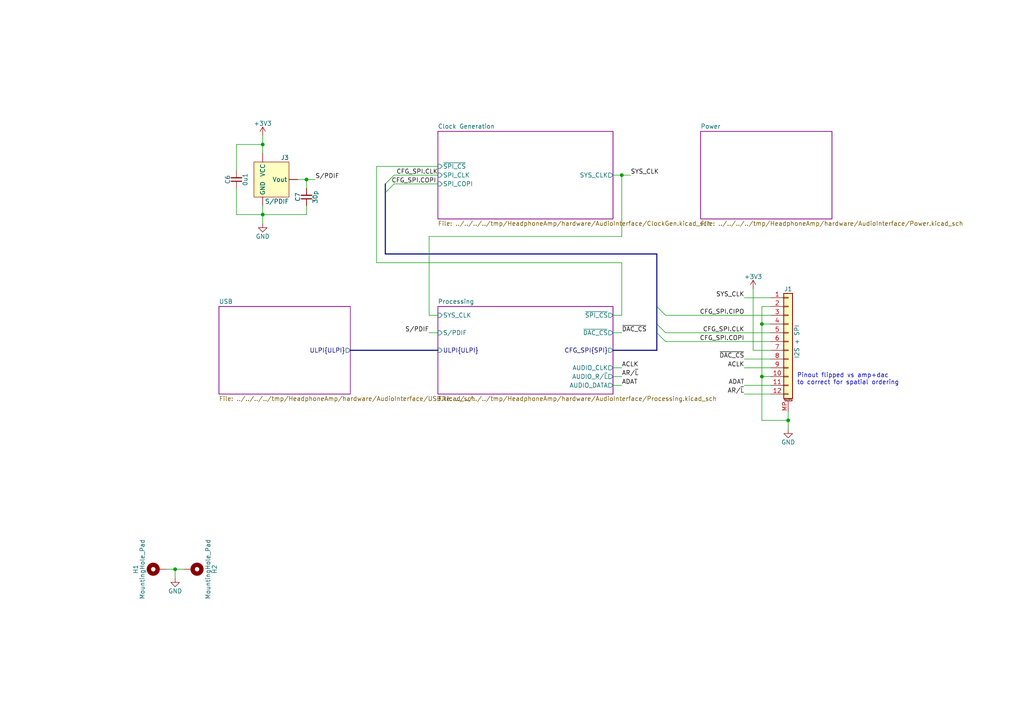
<source format=kicad_sch>
(kicad_sch (version 20230121) (generator eeschema)
  (paper "A4")
  (lib_symbols
    (symbol "Connector_Generic_MountingPin:Conn_01x12_MountingPin" (pin_names (offset 1.016) hide)
      (property "Reference" "J" (at 0 15.24 0))
      (property "Value" "Conn_01x12_MountingPin" (at 1.27 -17.78 0))
      (symbol "Conn_01x12_MountingPin_1_1"
        (rectangle (start -1.27 -15.113) (end 0 -15.367) (stroke (width 0.1524)))
        (rectangle (start -1.27 -12.573) (end 0 -12.827) (stroke (width 0.1524)))
        (rectangle (start -1.27 -10.033) (end 0 -10.287) (stroke (width 0.1524)))
        (rectangle (start -1.27 -7.493) (end 0 -7.747) (stroke (width 0.1524)))
        (rectangle (start -1.27 -4.953) (end 0 -5.207) (stroke (width 0.1524)))
        (rectangle (start -1.27 -2.413) (end 0 -2.667) (stroke (width 0.1524)))
        (rectangle (start -1.27 0.127) (end 0 -0.127) (stroke (width 0.1524)))
        (rectangle (start -1.27 2.667) (end 0 2.413) (stroke (width 0.1524)))
        (rectangle (start -1.27 5.207) (end 0 4.953) (stroke (width 0.1524)))
        (rectangle (start -1.27 7.747) (end 0 7.493) (stroke (width 0.1524)))
        (rectangle (start -1.27 10.287) (end 0 10.033) (stroke (width 0.1524)))
        (rectangle (start -1.27 12.827) (end 0 12.573) (stroke (width 0.1524)))
        (rectangle (start -1.27 13.97) (end 1.27 -16.51) (stroke (width 0.254)) (fill (type background)))
        (polyline (pts (xy -1.016 -17.272) (xy 1.016 -17.272)) (stroke (width 0.1524)))
        (text "Mounting" (at 0 -16.891 0) (effects (font (size 0.381 0.381))))
        (pin passive line (at -5.08 12.7 0) (length 3.81) (name "Pin_1") (number "1"))
        (pin passive line (at -5.08 -10.16 0) (length 3.81) (name "Pin_10") (number "10"))
        (pin passive line (at -5.08 -12.7 0) (length 3.81) (name "Pin_11") (number "11"))
        (pin passive line (at -5.08 -15.24 0) (length 3.81) (name "Pin_12") (number "12"))
        (pin passive line (at -5.08 10.16 0) (length 3.81) (name "Pin_2") (number "2"))
        (pin passive line (at -5.08 7.62 0) (length 3.81) (name "Pin_3") (number "3"))
        (pin passive line (at -5.08 5.08 0) (length 3.81) (name "Pin_4") (number "4"))
        (pin passive line (at -5.08 2.54 0) (length 3.81) (name "Pin_5") (number "5"))
        (pin passive line (at -5.08 0 0) (length 3.81) (name "Pin_6") (number "6"))
        (pin passive line (at -5.08 -2.54 0) (length 3.81) (name "Pin_7") (number "7"))
        (pin passive line (at -5.08 -5.08 0) (length 3.81) (name "Pin_8") (number "8"))
        (pin passive line (at -5.08 -7.62 0) (length 3.81) (name "Pin_9") (number "9"))
        (pin passive line (at 0 -20.32 90) (length 3.048) (name "MountPin") (number "MP"))
      )
    )
    (symbol "DX-MON:S{slash}PDIF" (pin_numbers hide)
      (property "Reference" "J" (at 5.08 6.35 0))
      (property "Value" "S{slash}PDIF" (at 5.08 -6.35 0))
      (symbol "S{slash}PDIF_0_1"
        (rectangle (start 5.08 5.08) (end -5.08 -5.08) (stroke (width 0.1524)) (fill (type background)))
      )
      (symbol "S{slash}PDIF_1_1"
        (pin output line (at 7.62 0 180) (length 2.54) (name "Vout") (number "1"))
        (pin power_in line (at -2.54 -7.62 90) (length 2.54) (name "GND") (number "2"))
        (pin power_in line (at -2.54 7.62 270) (length 2.54) (name "VCC") (number "3"))
      )
    )
    (symbol "Device:C_Small" (pin_numbers hide) (pin_names (offset 0.254) hide)
      (property "Reference" "C" (at 0.254 1.778 0))
      (property "Value" "C_Small" (at 0.254 -2.032 0))
      (symbol "C_Small_0_1"
        (polyline (pts (xy -1.524 -0.508) (xy 1.524 -0.508)) (stroke (width 0.3302)))
        (polyline (pts (xy -1.524 0.508) (xy 1.524 0.508)) (stroke (width 0.3048)))
      )
      (symbol "C_Small_1_1"
        (pin passive line (at 0 2.54 270) (length 2.032) (name "~") (number "1"))
        (pin passive line (at 0 -2.54 90) (length 2.032) (name "~") (number "2"))
      )
    )
    (symbol "Mechanical:MountingHole_Pad" (pin_numbers hide) (pin_names (offset 1.016) hide)
      (property "Reference" "H" (at 0 6.35 0))
      (property "Value" "MountingHole_Pad" (at 0 4.445 0))
      (symbol "MountingHole_Pad_0_1"
        (circle (center 0 1.27) (radius 1.27) (stroke (width 1.27)))
      )
      (symbol "MountingHole_Pad_1_1"
        (pin input line (at 0 -2.54 90) (length 2.54) (name "1") (number "1"))
      )
    )
    (symbol "power:+3V3" (power) (pin_names (offset 0))
      (property "Value" "+3V3" (at 0 3.556 0))
      (symbol "+3V3_0_1"
        (polyline (pts (xy -0.762 1.27) (xy 0 2.54)))
        (polyline (pts (xy 0 0) (xy 0 2.54)))
        (polyline (pts (xy 0 2.54) (xy 0.762 1.27)))
      )
      (symbol "+3V3_1_1"
        (pin power_in line (at 0 0 90) (length 0) hide (name "+3V3") (number "1"))
      )
    )
    (symbol "power:GND" (power) (pin_names (offset 0))
      (property "Value" "GND" (at 0 -3.81 0))
      (symbol "GND_0_1"
        (polyline (pts (xy 0 0) (xy 0 -1.27) (xy 1.27 -1.27) (xy 0 -2.54) (xy -1.27 -1.27) (xy 0 -1.27)))
      )
      (symbol "GND_1_1"
        (pin power_in line (at 0 0 270) (length 0) hide (name "GND") (number "1"))
      )
    )
  )
  (junction (at 76.2 62.23))
  (junction (at 180.34 50.8))
  (junction (at 88.9 52.07))
  (junction (at 76.2 41.91))
  (junction (at 228.6 121.92))
  (junction (at 220.98 109.22))
  (junction (at 220.98 93.98))
  (junction (at 50.8 165.1))
  (bus_entry (at 190.5 93.98) (size 2.54 2.54))
  (bus_entry (at 190.5 96.52) (size 2.54 2.54))
  (bus_entry (at 111.76 55.88) (size 2.54 -2.54))
  (bus_entry (at 190.5 88.9) (size 2.54 2.54))
  (bus_entry (at 111.76 53.34) (size 2.54 -2.54))
  (wire (pts (xy 228.6 121.92) (xy 228.6 119.38)))
  (wire (pts (xy 180.34 68.58) (xy 124.46 68.58)))
  (wire (pts (xy 109.22 76.2) (xy 109.22 48.26)))
  (wire (pts (xy 215.9 111.76) (xy 223.52 111.76)))
  (wire (pts (xy 88.9 52.07) (xy 88.9 54.61)))
  (bus (pts (xy 101.6 101.6) (xy 127 101.6)))
  (wire (pts (xy 180.34 50.8) (xy 180.34 68.58)))
  (wire (pts (xy 76.2 41.91) (xy 76.2 44.45)))
  (wire (pts (xy 180.34 91.44) (xy 180.34 76.2)))
  (wire (pts (xy 50.8 165.1) (xy 53.34 165.1)))
  (bus (pts (xy 190.5 73.66) (xy 111.76 73.66)))
  (wire (pts (xy 124.46 68.58) (xy 124.46 91.44)))
  (wire (pts (xy 218.44 83.82) (xy 218.44 101.6)))
  (bus (pts (xy 111.76 53.34) (xy 111.76 55.88)))
  (wire (pts (xy 220.98 93.98) (xy 220.98 88.9)))
  (wire (pts (xy 76.2 39.37) (xy 76.2 41.91)))
  (wire (pts (xy 68.58 41.91) (xy 76.2 41.91)))
  (wire (pts (xy 223.52 106.68) (xy 215.9 106.68)))
  (wire (pts (xy 220.98 121.92) (xy 220.98 109.22)))
  (wire (pts (xy 76.2 62.23) (xy 68.58 62.23)))
  (wire (pts (xy 76.2 59.69) (xy 76.2 62.23)))
  (wire (pts (xy 86.36 52.07) (xy 88.9 52.07)))
  (wire (pts (xy 76.2 64.77) (xy 76.2 62.23)))
  (wire (pts (xy 88.9 62.23) (xy 76.2 62.23)))
  (bus (pts (xy 190.5 101.6) (xy 190.5 96.52)))
  (wire (pts (xy 223.52 109.22) (xy 220.98 109.22)))
  (wire (pts (xy 193.04 96.52) (xy 223.52 96.52)))
  (wire (pts (xy 215.9 104.14) (xy 223.52 104.14)))
  (wire (pts (xy 180.34 50.8) (xy 177.8 50.8)))
  (wire (pts (xy 180.34 109.22) (xy 177.8 109.22)))
  (wire (pts (xy 182.88 50.8) (xy 180.34 50.8)))
  (wire (pts (xy 220.98 109.22) (xy 220.98 93.98)))
  (bus (pts (xy 177.8 101.6) (xy 190.5 101.6)))
  (wire (pts (xy 114.3 53.34) (xy 127 53.34)))
  (wire (pts (xy 180.34 106.68) (xy 177.8 106.68)))
  (wire (pts (xy 177.8 111.76) (xy 180.34 111.76)))
  (wire (pts (xy 228.6 124.46) (xy 228.6 121.92)))
  (wire (pts (xy 220.98 88.9) (xy 223.52 88.9)))
  (wire (pts (xy 124.46 91.44) (xy 127 91.44)))
  (wire (pts (xy 109.22 48.26) (xy 127 48.26)))
  (wire (pts (xy 180.34 76.2) (xy 109.22 76.2)))
  (bus (pts (xy 190.5 93.98) (xy 190.5 96.52)))
  (wire (pts (xy 91.44 52.07) (xy 88.9 52.07)))
  (bus (pts (xy 190.5 73.66) (xy 190.5 88.9)))
  (bus (pts (xy 190.5 88.9) (xy 190.5 93.98)))
  (wire (pts (xy 177.8 91.44) (xy 180.34 91.44)))
  (wire (pts (xy 50.8 167.64) (xy 50.8 165.1)))
  (wire (pts (xy 218.44 101.6) (xy 223.52 101.6)))
  (wire (pts (xy 48.26 165.1) (xy 50.8 165.1)))
  (wire (pts (xy 193.04 99.06) (xy 223.52 99.06)))
  (wire (pts (xy 223.52 114.3) (xy 215.9 114.3)))
  (wire (pts (xy 228.6 121.92) (xy 220.98 121.92)))
  (wire (pts (xy 68.58 62.23) (xy 68.58 54.61)))
  (wire (pts (xy 177.8 96.52) (xy 180.34 96.52)))
  (wire (pts (xy 114.3 50.8) (xy 127 50.8)))
  (wire (pts (xy 127 96.52) (xy 124.46 96.52)))
  (wire (pts (xy 88.9 59.69) (xy 88.9 62.23)))
  (wire (pts (xy 68.58 49.53) (xy 68.58 41.91)))
  (wire (pts (xy 223.52 93.98) (xy 220.98 93.98)))
  (bus (pts (xy 111.76 55.88) (xy 111.76 73.66)))
  (wire (pts (xy 193.04 91.44) (xy 223.52 91.44)))
  (wire (pts (xy 223.52 86.36) (xy 215.9 86.36)))
  (text "Pinout flipped vs amp+dac\nto correct for spatial ordering" (at 231.14 111.76 0) (effects (font (size 1.27 1.27)) (justify left bottom)))
  (label "CFG_SPI.COPI" (at 126.5115 53.34 180))
  (label "ADAT" (at 215.9 111.76 180))
  (label "AR{slash}~{L}" (at 180.34 109.22 0))
  (label "CFG_SPI.CLK" (at 127 50.8 180))
  (label "ADAT" (at 180.34 111.76 0))
  (label "S{slash}PDIF" (at 124.46 96.52 180))
  (label "~{DAC_CS}" (at 180.34 96.52 0))
  (label "SYS_CLK" (at 182.88 50.8 0))
  (label "S{slash}PDIF" (at 91.44 52.07 0))
  (label "ACLK" (at 215.9 106.68 180))
  (label "~{DAC_CS}" (at 215.9 104.14 180))
  (label "ACLK" (at 180.34 106.68 0))
  (label "SYS_CLK" (at 215.9 86.36 180))
  (label "CFG_SPI.COPI" (at 215.9 99.06 180))
  (label "AR{slash}~{L}" (at 215.9 114.3 180))
  (label "CFG_SPI.CIPO" (at 215.9 91.44 180))
  (label "CFG_SPI.CLK" (at 215.9 96.52 180))
  (symbol (lib_id "power:+3V3") (at 76.2 39.37 0) (unit 1)
    (property "Reference" "#PWR01" (effects hide))
    (property "Value" "+3V3" (at 76.2 35.814 0))
  )
  (symbol (lib_id "power:GND") (at 50.8 167.64 0) (unit 1)
    (property "Reference" "#PWR020" (effects hide))
    (property "Value" "GND" (at 50.8 171.45 0))
  )
  (symbol (lib_id "DX-MON:S{slash}PDIF") (at 78.74 52.07 0) (unit 1)
    (property "Reference" "J3" (at 83.82 45.72 0) (effects (justify right)))
    (property "Value" "S/PDIF" (at 83.82 58.42 0) (effects (justify right)))
    (property "Footprint" "rhais_connector-optical:S-PDIF_Receiver" (effects hide))
    (property "Datasheet" "https://www.cliffuk.co.uk/products/optical/FCR684208T.pdf" (effects hide))
    (property "MFR" "Cliff Electronics" (effects hide))
    (property "MPN" "FCR684208R" (effects hide))
    (property "OC_DIGIKEY" "3185-FCR684208R-ND" (effects hide))
    (property "URL_DIGIKEY" "https://www.digikey.com/en/products/detail/cliff-electronic-components-ltd/FCR684208R/15283092" (effects hide))
  )
  (symbol (lib_id "Connector_Generic_MountingPin:Conn_01x12_MountingPin") (at 228.6 99.06 0) (unit 1)
    (property "Reference" "J1" (at 228.6 83.82 0))
    (property "Value" "I2S + SPI" (at 231.14 99.06 90))
    (property "Footprint" "rhais_connector-te:1-17345952-2_1x12-1MP_P0.5mm_Horizontal" (effects hide))
    (property "Datasheet" "https://www.te.com/commerce/DocumentDelivery/DDEController?Action=srchrtrv&DocNm=1734592&DocType=Customer+Drawing&DocLang=English" (effects hide))
    (property "MFR" "TE Connectivity" (effects hide))
    (property "MPN" "1-1734592-2" (effects hide))
    (property "OC_DIGIKEY" "A100283CT-ND" (effects hide))
    (property "URL_DIGIKEY" "https://www.digikey.com/en/products/detail/te-connectivity-amp-connectors/1-1734592-2/1860494" (effects hide))
  )
  (symbol (lib_id "Device:C_Small") (at 68.58 52.07 180) (unit 1)
    (property "Reference" "C6" (at 66.04 52.07 90))
    (property "Value" "0u1" (at 71.12 52.07 90))
    (property "Footprint" "rhais_rcl:C0603" (effects hide))
    (property "Datasheet" "https://product.tdk.com/system/files/dam/doc/product/capacitor/ceramic/mlcc/catalog/mlcc_automotive_general_en.pdf" (effects hide))
    (property "OC_FARNELL" "2310559" (effects hide))
    (property "URL_FARNELL" "https://uk.farnell.com/multicomp/mc0603b104j250ct/cap-0-1-f-25v-5-x7r-0603-reel/dp/2310559" (effects hide))
    (property "MFR" "TDK Corporation" (effects hide))
    (property "MPN" "CGA3E2X7R1E104K080AA" (effects hide))
    (property "OC_DIGIKEY" "445-5667-1-ND" (effects hide))
    (property "URL_DIGIKEY" "https://www.digikey.com/en/products/detail/tdk-corporation/CGA3E2X7R1E104K080AA/2443145" (effects hide))
  )
  (symbol (lib_id "power:GND") (at 228.6 124.46 0) (unit 1)
    (property "Reference" "#PWR0101" (effects hide))
    (property "Value" "GND" (at 228.6 128.27 0))
  )
  (symbol (lib_id "Mechanical:MountingHole_Pad") (at 55.88 165.1 270) (unit 1) (in_bom no)
    (property "Reference" "H2" (at 62.23 165.1 0))
    (property "Value" "MountingHole_Pad" (at 60.325 165.1 0))
    (property "Footprint" "MountingHole:MountingHole_3.2mm_M3_Pad" (effects hide))
  )
  (symbol (lib_id "Mechanical:MountingHole_Pad") (at 45.72 165.1 90) (unit 1) (in_bom no)
    (property "Reference" "H1" (at 39.37 165.1 0))
    (property "Value" "MountingHole_Pad" (at 41.275 165.1 0))
    (property "Footprint" "MountingHole:MountingHole_3.2mm_M3_Pad" (effects hide))
  )
  (symbol (lib_id "power:GND") (at 76.2 64.77 0) (unit 1)
    (property "Reference" "#PWR02" (effects hide))
    (property "Value" "GND" (at 76.2 68.58 0))
  )
  (symbol (lib_id "Device:C_Small") (at 88.9 57.15 180) (unit 1)
    (property "Reference" "C7" (at 86.36 57.15 90))
    (property "Value" "30p" (at 91.44 57.15 90))
    (property "Footprint" "rhais_rcl:C0603" (effects hide))
    (property "Datasheet" "https://www.yageo.com/upload/media/product/productsearch/datasheet/mlcc/UPY-GP_NP0_16V-to-50V_18.pdf" (effects hide))
    (property "MFR" "Yageo" (effects hide))
    (property "MPN" "CC0603FRNPO9BN300" (effects hide))
    (property "OC_DIGIKEY" "311-3894-1-ND" (effects hide))
    (property "URL_DIGIKEY" "https://www.digikey.com/en/products/detail/yageo/CC0603FRNPO9BN300/5883502" (effects hide))
  )
  (symbol (lib_id "power:+3V3") (at 218.44 83.82 0) (unit 1)
    (property "Reference" "#PWR0102" (effects hide))
    (property "Value" "+3V3" (at 218.44 80.264 0))
  )
  (sheet (at 203.2 38.1) (size 38.1 25.4) (stroke (width 0.1524) (color 132 0 132 1)) (fill (color 255 255 255 0.0000))
    (property "Sheetname" "Power" (at 203.2 37.3884 0) (effects (justify left bottom)))
    (property "Sheetfile" "../../../../tmp/HeadphoneAmp/hardware/AudioInterface/Power.kicad_sch" (at 203.2 64.0846 0) (effects (justify left top)))
  )
  (sheet (at 63.5 88.9) (size 38.1 25.4) (stroke (width 0.1524) (color 132 0 132 1)) (fill (color 255 255 255 0.0000))
    (property "Sheetname" "USB" (at 63.5 88.1884 0) (effects (justify left bottom)))
    (property "Sheetfile" "../../../../tmp/HeadphoneAmp/hardware/AudioInterface/USB.kicad_sch" (at 63.5 114.8846 0) (effects (justify left top)))
    (pin "ULPI{ULPI}" output (at 101.6 101.6 0))
  )
  (sheet (at 127 88.9) (size 50.8 25.4) (stroke (width 0.1524) (color 132 0 132 1)) (fill (color 255 255 255 0.0000))
    (property "Sheetname" "Processing" (at 127 88.1884 0) (effects (justify left bottom)))
    (property "Sheetfile" "../../../../tmp/HeadphoneAmp/hardware/AudioInterface/Processing.kicad_sch" (at 127 114.8846 0) (effects (justify left top)))
    (pin "ULPI{ULPI}" input (at 127 101.6 180))
    (pin "AUDIO_CLK" output (at 177.8 106.68 0))
    (pin "SYS_CLK" input (at 127 91.44 180))
    (pin "~{DAC_CS}" output (at 177.8 96.52 0))
    (pin "AUDIO_R{slash}~{L}" output (at 177.8 109.22 0))
    (pin "AUDIO_DATA" output (at 177.8 111.76 0))
    (pin "CFG_SPI{SPI}" output (at 177.8 101.6 0))
    (pin "S{slash}PDIF" input (at 127 96.52 180))
    (pin "~{SPI_CS}" output (at 177.8 91.44 0))
  )
  (sheet (at 127 38.1) (size 50.8 25.4) (stroke (width 0.1524) (color 132 0 132 1)) (fill (color 255 255 255 0.0000))
    (property "Sheetname" "Clock Generation" (at 127 37.3884 0) (effects (justify left bottom)))
    (property "Sheetfile" "../../../../tmp/HeadphoneAmp/hardware/AudioInterface/ClockGen.kicad_sch" (at 127 64.0846 0) (effects (justify left top)))
    (pin "SYS_CLK" output (at 177.8 50.8 0))
    (pin "~{SPI_CS}" input (at 127 48.26 180))
    (pin "SPI_COPI" input (at 127 53.34 180))
    (pin "SPI_CLK" input (at 127 50.8 180))
  )
)
</source>
